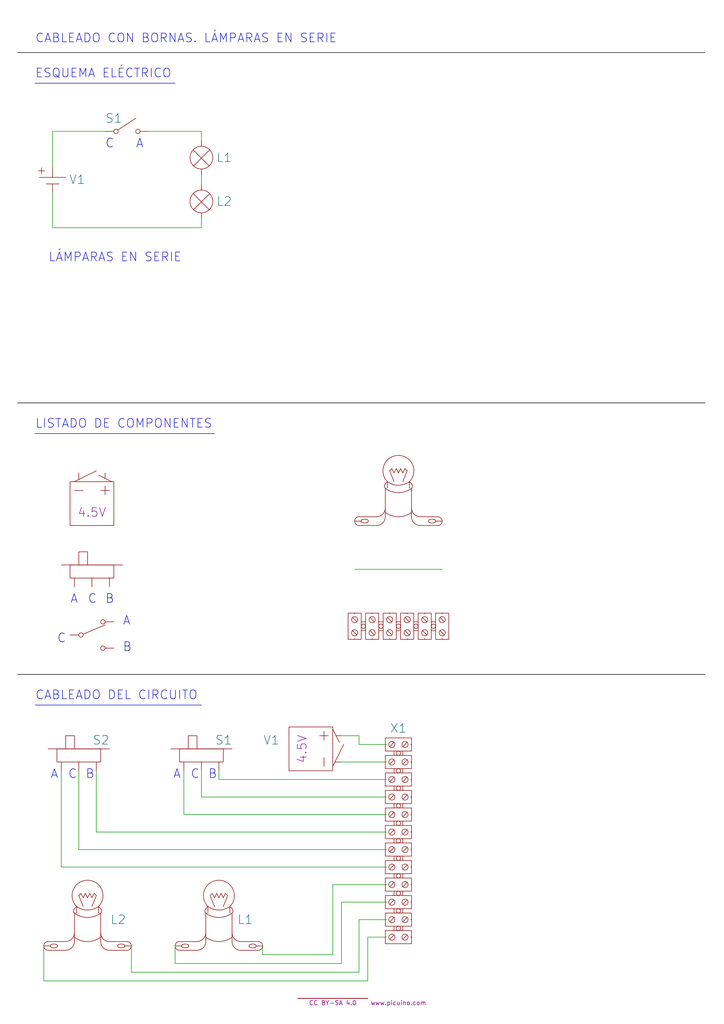
<source format=kicad_sch>
(kicad_sch (version 20211123) (generator eeschema)
  (paper "A4" portrait)
  (title_block (title "CABLEADO CON BORNAS. LÁMPARAS EN SERIE") (date "14/12/2018") (company "www.picuino.com") (comment 1 "Copyright (c) 2018 by Carlos Pardo") (comment 2 "License CC BY-SA 4.0"))
  (lib_symbols
    (symbol "simbolos:CopyRight" (pin_names (offset 1.016))
      (property "License" "CC BY-SA 4.0" (at -1.27 -1.27 0))
      (property "Web" "www.picuino.com" (at 0 -1.27 0))
      (symbol "CopyRight_0_1"
        (polyline (pts (xy -10.16 0) (xy 10.16 0)) (stroke (width 0.2032)))
      )
    )
    (symbol "simbolos:Pila" (pin_names (offset 1.016))
      (property "Reference" "V" (at 5.08 -4.445 0))
      (symbol "Pila_0_1"
        (polyline (pts (xy -4.064 -1.27) (xy -2.286 -1.27)))
        (polyline (pts (xy -3.81 -3.175) (xy 3.81 -3.175)))
        (polyline (pts (xy -3.175 -0.381) (xy -3.175 -2.159)))
        (polyline (pts (xy -1.905 -5.08) (xy 1.905 -5.08)))
      )
      (symbol "Pila_1_1"
        (pin input line (at 0 -7.62 90) (length 2.54) (name "") (number ""))
        (pin input line (at 0 0 270) (length 3.175) (name "") (number ""))
      )
    )
    (symbol "simbolos:borna_12x2" (pin_names (offset 1.016))
      (property "Reference" "X" (at 3.81 3.81 0))
      (symbol "borna_12x2_0_1"
        (rectangle (start 0 -53.975) (end 7.62 -57.785))
        (rectangle (start 0 -48.895) (end 7.62 -52.705))
        (rectangle (start 0 -43.815) (end 7.62 -47.625))
        (rectangle (start 0 -38.735) (end 7.62 -42.545))
        (rectangle (start 0 -33.655) (end 7.62 -37.465))
        (rectangle (start 0 -28.575) (end 7.62 -32.385))
        (rectangle (start 0 -23.495) (end 7.62 -27.305))
        (rectangle (start 0 -18.415) (end 7.62 -22.225))
        (rectangle (start 0 -13.335) (end 7.62 -17.145))
        (rectangle (start 0 -8.255) (end 7.62 -12.065))
        (rectangle (start 0 -3.175) (end 7.62 -6.985))
        (polyline (pts (xy 1.27 -56.515) (xy 2.54 -55.245)))
        (polyline (pts (xy 1.27 -51.435) (xy 2.54 -50.165)))
        (polyline (pts (xy 1.27 -46.355) (xy 2.54 -45.085)))
        (polyline (pts (xy 1.27 -41.275) (xy 2.54 -40.005)))
        (polyline (pts (xy 1.27 -36.195) (xy 2.54 -34.925)))
        (polyline (pts (xy 1.27 -31.115) (xy 2.54 -29.845)))
        (polyline (pts (xy 1.27 -26.035) (xy 2.54 -24.765)))
        (polyline (pts (xy 1.27 -20.955) (xy 2.54 -19.685)))
        (polyline (pts (xy 1.27 -15.875) (xy 2.54 -14.605)))
        (polyline (pts (xy 1.27 -10.795) (xy 2.54 -9.525)))
        (polyline (pts (xy 1.27 -5.715) (xy 2.54 -4.445)))
        (polyline (pts (xy 1.27 -0.635) (xy 2.54 0.635)))
        (polyline (pts (xy 2.54 -53.975) (xy 2.54 -52.705)))
        (polyline (pts (xy 2.54 -48.895) (xy 2.54 -47.625)))
        (polyline (pts (xy 2.54 -43.815) (xy 2.54 -42.545)))
        (polyline (pts (xy 2.54 -38.735) (xy 2.54 -37.465)))
        (polyline (pts (xy 2.54 -33.655) (xy 2.54 -32.385)))
        (polyline (pts (xy 2.54 -28.575) (xy 2.54 -27.305)))
        (polyline (pts (xy 2.54 -23.495) (xy 2.54 -22.225)))
        (polyline (pts (xy 2.54 -18.415) (xy 2.54 -17.145)))
        (polyline (pts (xy 2.54 -13.335) (xy 2.54 -12.065)))
        (polyline (pts (xy 2.54 -8.255) (xy 2.54 -6.985)))
        (polyline (pts (xy 2.54 -3.175) (xy 2.54 -1.905)))
        (polyline (pts (xy 5.08 -56.515) (xy 6.35 -55.245)))
        (polyline (pts (xy 5.08 -53.975) (xy 5.08 -52.705)))
        (polyline (pts (xy 5.08 -51.435) (xy 6.35 -50.165)))
        (polyline (pts (xy 5.08 -48.895) (xy 5.08 -47.625)))
        (polyline (pts (xy 5.08 -46.355) (xy 6.35 -45.085)))
        (polyline (pts (xy 5.08 -43.815) (xy 5.08 -42.545)))
        (polyline (pts (xy 5.08 -41.275) (xy 6.35 -40.005)))
        (polyline (pts (xy 5.08 -38.735) (xy 5.08 -37.465)))
        (polyline (pts (xy 5.08 -36.195) (xy 6.35 -34.925)))
        (polyline (pts (xy 5.08 -33.655) (xy 5.08 -32.385)))
        (polyline (pts (xy 5.08 -31.115) (xy 6.35 -29.845)))
        (polyline (pts (xy 5.08 -28.575) (xy 5.08 -27.305)))
        (polyline (pts (xy 5.08 -26.035) (xy 6.35 -24.765)))
        (polyline (pts (xy 5.08 -23.495) (xy 5.08 -22.225)))
        (polyline (pts (xy 5.08 -20.955) (xy 6.35 -19.685)))
        (polyline (pts (xy 5.08 -18.415) (xy 5.08 -17.145)))
        (polyline (pts (xy 5.08 -15.875) (xy 6.35 -14.605)))
        (polyline (pts (xy 5.08 -13.335) (xy 5.08 -12.065)))
        (polyline (pts (xy 5.08 -10.795) (xy 6.35 -9.525)))
        (polyline (pts (xy 5.08 -8.255) (xy 5.08 -6.985)))
        (polyline (pts (xy 5.08 -5.715) (xy 6.35 -4.445)))
        (polyline (pts (xy 5.08 -3.175) (xy 5.08 -1.905)))
        (polyline (pts (xy 5.08 -0.635) (xy 6.35 0.635)))
        (rectangle (start 0 1.905) (end 7.62 -1.905))
        (circle (center 1.905 -55.88) (radius 0.889))
        (circle (center 1.905 -50.8) (radius 0.889))
        (circle (center 1.905 -45.72) (radius 0.889))
        (circle (center 1.905 -40.64) (radius 0.889))
        (circle (center 1.905 -35.56) (radius 0.889))
        (circle (center 1.905 -30.48) (radius 0.889))
        (circle (center 1.905 -25.4) (radius 0.889))
        (circle (center 1.905 -20.32) (radius 0.889))
        (circle (center 1.905 -15.24) (radius 0.889))
        (circle (center 1.905 -10.16) (radius 0.889))
        (circle (center 1.905 -5.08) (radius 0.889))
        (circle (center 1.905 0) (radius 0.889))
        (circle (center 3.81 -53.34) (radius 0.635))
        (circle (center 3.81 -48.26) (radius 0.635))
        (circle (center 3.81 -43.18) (radius 0.635))
        (circle (center 3.81 -38.1) (radius 0.635))
        (circle (center 3.81 -33.02) (radius 0.635))
        (circle (center 3.81 -27.94) (radius 0.635))
        (circle (center 3.81 -22.86) (radius 0.635))
        (circle (center 3.81 -17.78) (radius 0.635))
        (circle (center 3.81 -12.7) (radius 0.635))
        (circle (center 3.81 -7.62) (radius 0.635))
        (circle (center 3.81 -2.54) (radius 0.635))
        (circle (center 5.715 -55.88) (radius 0.889))
        (circle (center 5.715 -50.8) (radius 0.889))
        (circle (center 5.715 -45.72) (radius 0.889))
        (circle (center 5.715 -40.64) (radius 0.889))
        (circle (center 5.715 -35.56) (radius 0.889))
        (circle (center 5.715 -30.48) (radius 0.889))
        (circle (center 5.715 -25.4) (radius 0.889))
        (circle (center 5.715 -20.32) (radius 0.889))
        (circle (center 5.715 -15.24) (radius 0.889))
        (circle (center 5.715 -10.16) (radius 0.889))
        (circle (center 5.715 -5.08) (radius 0.889))
        (circle (center 5.715 0) (radius 0.889))
      )
      (symbol "borna_12x2_1_1"
        (pin input line (at 0 -55.88 0) (length 0.254) (name "") (number ""))
        (pin input line (at 0 -50.8 0) (length 0.254) (name "") (number ""))
        (pin input line (at 0 -45.72 0) (length 0.254) (name "") (number ""))
        (pin input line (at 0 -40.64 0) (length 0.254) (name "") (number ""))
        (pin input line (at 0 -35.56 0) (length 0.254) (name "") (number ""))
        (pin input line (at 0 -30.48 0) (length 0.254) (name "") (number ""))
        (pin input line (at 0 -25.4 0) (length 0.254) (name "") (number ""))
        (pin input line (at 0 -20.32 0) (length 0.254) (name "") (number ""))
        (pin input line (at 0 -15.24 0) (length 0.254) (name "") (number ""))
        (pin input line (at 0 -10.16 0) (length 0.254) (name "") (number ""))
        (pin input line (at 0 -5.08 0) (length 0.254) (name "") (number ""))
        (pin input line (at 0 0 0) (length 0.254) (name "") (number ""))
        (pin input line (at 7.62 -55.88 180) (length 0.254) (name "") (number ""))
        (pin input line (at 7.62 -50.8 180) (length 0.254) (name "") (number ""))
        (pin input line (at 7.62 -45.72 180) (length 0.254) (name "") (number ""))
        (pin input line (at 7.62 -40.64 180) (length 0.254) (name "") (number ""))
        (pin input line (at 7.62 -35.56 180) (length 0.254) (name "") (number ""))
        (pin input line (at 7.62 -30.48 180) (length 0.254) (name "") (number ""))
        (pin input line (at 7.62 -25.4 180) (length 0.254) (name "") (number ""))
        (pin input line (at 7.62 -20.32 180) (length 0.254) (name "") (number ""))
        (pin input line (at 7.62 -15.24 180) (length 0.254) (name "") (number ""))
        (pin input line (at 7.62 -10.16 180) (length 0.254) (name "") (number ""))
        (pin input line (at 7.62 -5.08 180) (length 0.254) (name "") (number ""))
        (pin input line (at 7.62 0 180) (length 0.254) (name "") (number ""))
      )
    )
    (symbol "simbolos:borna_6x2" (pin_names (offset 1.016))
      (property "Reference" "X" (at 3.81 3.81 0))
      (symbol "borna_6x2_0_1"
        (rectangle (start 0 -23.495) (end 7.62 -27.305))
        (rectangle (start 0 -18.415) (end 7.62 -22.225))
        (rectangle (start 0 -13.335) (end 7.62 -17.145))
        (rectangle (start 0 -8.255) (end 7.62 -12.065))
        (rectangle (start 0 -3.175) (end 7.62 -6.985))
        (polyline (pts (xy 1.27 -26.035) (xy 2.54 -24.765)))
        (polyline (pts (xy 1.27 -20.955) (xy 2.54 -19.685)))
        (polyline (pts (xy 1.27 -15.875) (xy 2.54 -14.605)))
        (polyline (pts (xy 1.27 -10.795) (xy 2.54 -9.525)))
        (polyline (pts (xy 1.27 -5.715) (xy 2.54 -4.445)))
        (polyline (pts (xy 1.27 -0.635) (xy 2.54 0.635)))
        (polyline (pts (xy 2.54 -23.495) (xy 2.54 -22.225)))
        (polyline (pts (xy 2.54 -18.415) (xy 2.54 -17.145)))
        (polyline (pts (xy 2.54 -13.335) (xy 2.54 -12.065)))
        (polyline (pts (xy 2.54 -8.255) (xy 2.54 -6.985)))
        (polyline (pts (xy 2.54 -3.175) (xy 2.54 -1.905)))
        (polyline (pts (xy 5.08 -26.035) (xy 6.35 -24.765)))
        (polyline (pts (xy 5.08 -23.495) (xy 5.08 -22.225)))
        (polyline (pts (xy 5.08 -20.955) (xy 6.35 -19.685)))
        (polyline (pts (xy 5.08 -18.415) (xy 5.08 -17.145)))
        (polyline (pts (xy 5.08 -15.875) (xy 6.35 -14.605)))
        (polyline (pts (xy 5.08 -13.335) (xy 5.08 -12.065)))
        (polyline (pts (xy 5.08 -10.795) (xy 6.35 -9.525)))
        (polyline (pts (xy 5.08 -8.255) (xy 5.08 -6.985)))
        (polyline (pts (xy 5.08 -5.715) (xy 6.35 -4.445)))
        (polyline (pts (xy 5.08 -3.175) (xy 5.08 -1.905)))
        (polyline (pts (xy 5.08 -0.635) (xy 6.35 0.635)))
        (rectangle (start 0 1.905) (end 7.62 -1.905))
        (circle (center 1.905 -25.4) (radius 0.889))
        (circle (center 1.905 -20.32) (radius 0.889))
        (circle (center 1.905 -15.24) (radius 0.889))
        (circle (center 1.905 -10.16) (radius 0.889))
        (circle (center 1.905 -5.08) (radius 0.889))
        (circle (center 1.905 0) (radius 0.889))
        (circle (center 3.81 -22.86) (radius 0.635))
        (circle (center 3.81 -17.78) (radius 0.635))
        (circle (center 3.81 -12.7) (radius 0.635))
        (circle (center 3.81 -7.62) (radius 0.635))
        (circle (center 3.81 -2.54) (radius 0.635))
        (circle (center 5.715 -25.4) (radius 0.889))
        (circle (center 5.715 -20.32) (radius 0.889))
        (circle (center 5.715 -15.24) (radius 0.889))
        (circle (center 5.715 -10.16) (radius 0.889))
        (circle (center 5.715 -5.08) (radius 0.889))
        (circle (center 5.715 0) (radius 0.889))
      )
      (symbol "borna_6x2_1_1"
        (pin input line (at 0 -25.4 0) (length 0.254) (name "") (number ""))
        (pin input line (at 0 -20.32 0) (length 0.254) (name "") (number ""))
        (pin input line (at 0 -15.24 0) (length 0.254) (name "") (number ""))
        (pin input line (at 0 -10.16 0) (length 0.254) (name "") (number ""))
        (pin input line (at 0 -5.08 0) (length 0.254) (name "") (number ""))
        (pin input line (at 0 0 0) (length 0.254) (name "") (number ""))
        (pin input line (at 7.62 -25.4 180) (length 0.254) (name "") (number ""))
        (pin input line (at 7.62 -20.32 180) (length 0.254) (name "") (number ""))
        (pin input line (at 7.62 -15.24 180) (length 0.254) (name "") (number ""))
        (pin input line (at 7.62 -10.16 180) (length 0.254) (name "") (number ""))
        (pin input line (at 7.62 -5.08 180) (length 0.254) (name "") (number ""))
        (pin input line (at 7.62 0 180) (length 0.254) (name "") (number ""))
      )
    )
    (symbol "simbolos:conmutador" (pin_names (offset 1.016))
      (property "Reference" "S" (at 4.445 3.175 0))
      (symbol "conmutador_0_0"
        (circle (center 3.175 0) (radius 0.635))
        (circle (center 9.525 -3.81) (radius 0.635))
        (circle (center 9.525 3.81) (radius 0.635))
      )
      (symbol "conmutador_0_1"
        (polyline (pts (xy 10.16 2.921) (xy 3.81 0.254)))
      )
      (symbol "conmutador_1_1"
        (pin input line (at 0 0 0) (length 2.54) (name "") (number ""))
        (pin input line (at 12.7 -3.81 180) (length 2.54) (name "") (number ""))
        (pin input line (at 12.7 3.81 180) (length 2.54) (name "") (number ""))
      )
    )
    (symbol "simbolos:interruptor" (pin_names (offset 1.016))
      (property "Reference" "S" (at 4.445 3.175 0))
      (symbol "interruptor_0_0"
        (polyline (pts (xy 8.89 3.81) (xy 3.683 0.381)))
        (circle (center 3.175 0) (radius 0.635))
        (circle (center 9.525 0) (radius 0.635))
      )
      (symbol "interruptor_1_1"
        (pin input line (at 0 0 0) (length 2.54) (name "") (number ""))
        (pin input line (at 12.7 0 180) (length 2.54) (name "") (number ""))
      )
    )
    (symbol "simbolos:lampara" (pin_names (offset 1.016))
      (property "Reference" "L" (at 4.445 -5.08 0))
      (symbol "lampara_0_1"
        (circle (center 0 -5.08) (radius 3.302))
        (polyline (pts (xy -2.286 -7.493) (xy 2.286 -2.921)))
        (polyline (pts (xy -2.286 -2.921) (xy 2.286 -7.493)))
      )
      (symbol "lampara_1_1"
        (pin input line (at 0 -10.16 90) (length 1.778) (name "") (number ""))
        (pin input line (at 0 0 270) (length 1.778) (name "") (number ""))
      )
    )
    (symbol "simbolos:lampara_pack" (pin_names (offset 1.016))
      (property "Reference" "L" (at 17.78 6.35 0))
      (symbol "lampara_pack_0_1"
        (polyline (pts (xy 1.27 -1.27) (xy 6.35 -1.27)))
        (polyline (pts (xy 6.35 1.27) (xy 1.27 1.27)))
        (polyline (pts (xy 8.89 1.27) (xy 8.89 9.525)))
        (polyline (pts (xy 8.89 10.795) (xy 9.525 11.43)))
        (polyline (pts (xy 9.525 11.43) (xy 9.525 9.525)))
        (polyline (pts (xy 11.43 11.43) (xy 10.16 14.605)))
        (polyline (pts (xy 13.97 11.43) (xy 15.24 14.605)))
        (polyline (pts (xy 15.875 11.43) (xy 15.875 9.525)))
        (polyline (pts (xy 16.51 1.27) (xy 16.51 9.525)))
        (polyline (pts (xy 16.51 10.795) (xy 15.875 11.43)))
        (polyline (pts (xy 19.05 1.27) (xy 24.13 1.27)))
        (polyline (pts (xy 24.13 -1.27) (xy 19.05 -1.27)))
        (polyline (pts (xy 10.16 14.605) (xy 10.795 15.24) (xy 11.43 13.97) (xy 12.065 15.24) (xy 12.7 13.97) (xy 13.335 15.24) (xy 13.97 13.97) (xy 14.605 15.24) (xy 15.24 14.605)))
        (arc (start 1.27 1.27) (mid 0 0) (end 1.27 -1.27))
        (arc (start 2.159 -0.381) (mid 2.921 -0.5609) (end 3.683 -0.381))
        (arc (start 2.159 0.381) (mid 1.8844 0) (end 2.159 -0.381))
        (arc (start 3.683 -0.381) (mid 3.9576 0) (end 3.683 0.381))
        (arc (start 3.683 0.381) (mid 2.921 0.5609) (end 2.159 0.381))
        (arc (start 6.35 -1.27) (mid 8.1297 -0.5171) (end 8.89 1.27))
        (arc (start 6.35 1.27) (mid 8.1297 2.0229) (end 8.89 3.81))
        (arc (start 8.89 2.54) (mid 12.7 1.27) (end 16.51 2.54))
        (arc (start 8.89 9.525) (mid 12.7 8.255) (end 16.51 9.525))
        (arc (start 8.89 10.795) (mid 8.627 10.16) (end 8.89 9.525))
        (arc (start 9.525 11.43) (mid 12.7 10.4125) (end 15.875 11.43))
        (arc (start 12.7 19.05) (mid 8.5493 16.3021) (end 9.525 11.43))
        (arc (start 15.875 11.43) (mid 16.8357 16.2958) (end 12.7 19.05))
        (arc (start 16.51 1.27) (mid 17.2523 -0.5349) (end 19.05 -1.27))
        (arc (start 16.51 3.81) (mid 17.2523 2.0051) (end 19.05 1.27))
        (arc (start 16.51 9.525) (mid 16.773 10.16) (end 16.51 10.795))
        (arc (start 21.717 -0.381) (mid 22.479 -0.5609) (end 23.241 -0.381))
        (arc (start 21.717 0.381) (mid 21.4424 0) (end 21.717 -0.381))
        (arc (start 23.241 -0.381) (mid 23.5156 0) (end 23.241 0.381))
        (arc (start 23.241 0.381) (mid 22.479 0.5609) (end 21.717 0.381))
        (arc (start 24.13 -1.27) (mid 25.4 0) (end 24.13 1.27))
      )
      (symbol "lampara_pack_1_1"
        (pin input line (at 0 0 0) (length 1.905) (name "") (number ""))
        (pin input line (at 25.4 0 180) (length 1.905) (name "") (number ""))
      )
    )
    (symbol "simbolos:pila_petaca" (pin_names (offset 1.016))
      (property "Reference" "V" (at 11.43 -8.89 0))
      (property "V" "4.5V" (at 3.81 -12.7 0))
      (symbol "pila_petaca_0_1"
        (rectangle (start -2.54 -2.54) (end 10.16 -15.24))
        (polyline (pts (xy -1.27 -5.08) (xy 1.27 -5.08)))
        (polyline (pts (xy -1.27 -2.54) (xy 5.08 0.635)))
        (polyline (pts (xy 7.62 -3.81) (xy 7.62 -6.35)))
        (polyline (pts (xy 8.89 -5.08) (xy 6.35 -5.08)))
        (polyline (pts (xy 9.525 -2.54) (xy 5.715 -0.635)))
      )
      (symbol "pila_petaca_1_1"
        (pin input line (at 0 0 270) (length 1.905) (name "") (number ""))
        (pin input line (at 7.62 0 270) (length 1.524) (name "") (number ""))
      )
    )
    (symbol "simbolos:selector_pack" (pin_names (offset 1.016))
      (property "Reference" "S" (at 11.43 8.89 0))
      (symbol "selector_pack_0_1"
        (rectangle (start -1.27 6.35) (end 11.43 2.54))
        (polyline (pts (xy 13.97 6.35) (xy -3.81 6.35)))
        (polyline (pts (xy 1.27 6.35) (xy 1.27 10.16) (xy 3.81 10.16) (xy 3.81 6.35)))
      )
      (symbol "selector_pack_1_1"
        (pin input line (at 0 0 90) (length 2.54) (name "") (number ""))
        (pin input line (at 5.08 0 90) (length 2.54) (name "") (number ""))
        (pin input line (at 10.16 0 90) (length 2.54) (name "") (number ""))
      )
    )
  )
  (wire (pts (xy 106.68 271.78) (xy 106.68 284.48)))
  (polyline (pts (xy 5.08 116.84) (xy 204.47 116.84)) (stroke (width 0) (type solid) (color 0 0 0 1)))
  (wire (pts (xy 38.1 274.32) (xy 38.1 281.94)))
  (wire (pts (xy 58.42 231.14) (xy 111.76 231.14)))
  (wire (pts (xy 22.86 246.38) (xy 111.76 246.38)))
  (wire (pts (xy 96.52 256.54) (xy 96.52 276.86)))
  (polyline (pts (xy 10.16 24.13) (xy 50.8 24.13)) (stroke (width 0) (type solid)))
  (wire (pts (xy 12.7 284.48) (xy 12.7 274.32)))
  (wire (pts (xy 43.18 38.1) (xy 58.42 38.1)))
  (wire (pts (xy 76.2 276.86) (xy 96.52 276.86)))
  (wire (pts (xy 58.42 63.5) (xy 58.42 66.04)))
  (wire (pts (xy 15.24 48.26) (xy 15.24 38.1)))
  (wire (pts (xy 99.06 220.98) (xy 111.76 220.98)))
  (wire (pts (xy 102.87 165.1) (xy 128.27 165.1)))
  (polyline (pts (xy 5.08 195.58) (xy 204.47 195.58)) (stroke (width 0) (type solid) (color 0 0 0 1)))
  (wire (pts (xy 15.24 38.1) (xy 30.48 38.1)))
  (wire (pts (xy 104.14 266.7) (xy 111.76 266.7)))
  (wire (pts (xy 96.52 256.54) (xy 111.76 256.54)))
  (wire (pts (xy 50.8 274.32) (xy 50.8 279.4)))
  (wire (pts (xy 15.24 66.04) (xy 58.42 66.04)))
  (wire (pts (xy 27.94 241.3) (xy 27.94 223.52)))
  (wire (pts (xy 22.86 223.52) (xy 22.86 246.38)))
  (wire (pts (xy 76.2 274.32) (xy 76.2 276.86)))
  (wire (pts (xy 104.14 266.7) (xy 104.14 281.94)))
  (wire (pts (xy 38.1 281.94) (xy 104.14 281.94)))
  (wire (pts (xy 111.76 236.22) (xy 53.34 236.22)))
  (wire (pts (xy 111.76 241.3) (xy 27.94 241.3)))
  (wire (pts (xy 53.34 236.22) (xy 53.34 223.52)))
  (polyline (pts (xy 5.08 15.24) (xy 204.47 15.24)) (stroke (width 0) (type solid) (color 0 0 0 1)))
  (wire (pts (xy 111.76 226.06) (xy 63.5 226.06)))
  (wire (pts (xy 58.42 223.52) (xy 58.42 231.14)))
  (wire (pts (xy 104.14 213.36) (xy 99.06 213.36)))
  (wire (pts (xy 99.06 261.62) (xy 99.06 279.4)))
  (wire (pts (xy 17.78 223.52) (xy 17.78 251.46)))
  (wire (pts (xy 104.14 215.9) (xy 111.76 215.9)))
  (wire (pts (xy 58.42 50.8) (xy 58.42 53.34)))
  (wire (pts (xy 104.14 215.9) (xy 104.14 213.36)))
  (wire (pts (xy 99.06 261.62) (xy 111.76 261.62)))
  (wire (pts (xy 106.68 284.48) (xy 12.7 284.48)))
  (wire (pts (xy 15.24 66.04) (xy 15.24 55.88)))
  (wire (pts (xy 58.42 40.64) (xy 58.42 38.1)))
  (wire (pts (xy 50.8 279.4) (xy 99.06 279.4)))
  (polyline (pts (xy 10.16 204.47) (xy 58.42 204.47)) (stroke (width 0) (type solid)))
  (wire (pts (xy 111.76 271.78) (xy 106.68 271.78)))
  (wire (pts (xy 111.76 251.46) (xy 17.78 251.46)))
  (wire (pts (xy 63.5 226.06) (xy 63.5 223.52)))
  (polyline (pts (xy 10.16 125.73) (xy 62.23 125.73)) (stroke (width 0) (type solid)))
  (text "ESQUEMA ELÉCTRICO" (at 10.16 22.86 0) (effects (font (size 2.54 2.54)) (justify left bottom)))
  (text "CABLEADO CON BORNAS. LÁMPARAS EN SERIE" (at 10.16 12.7 0) (effects (font (size 2.54 2.54)) (justify left bottom)))
  (text "A" (at 50.165 226.06 0) (effects (font (size 2.54 2.54)) (justify left bottom)))
  (text "A" (at 39.37 43.18 0) (effects (font (size 2.54 2.54)) (justify left bottom)))
  (text "C" (at 55.245 226.06 0) (effects (font (size 2.54 2.54)) (justify left bottom)))
  (text "LÁMPARAS EN SERIE" (at 13.97 76.2 0) (effects (font (size 2.54 2.54)) (justify left bottom)))
  (text "LISTADO DE COMPONENTES" (at 10.16 124.46 0) (effects (font (size 2.54 2.54)) (justify left bottom)))
  (text "B" (at 24.765 226.06 0) (effects (font (size 2.54 2.54)) (justify left bottom)))
  (text "C" (at 16.51 186.69 0) (effects (font (size 2.54 2.54)) (justify left bottom)))
  (text "C" (at 25.4 175.26 0) (effects (font (size 2.54 2.54)) (justify left bottom)))
  (text "C" (at 19.685 226.06 0) (effects (font (size 2.54 2.54)) (justify left bottom)))
  (text "B" (at 60.325 226.06 0) (effects (font (size 2.54 2.54)) (justify left bottom)))
  (text "A" (at 35.56 181.61 0) (effects (font (size 2.54 2.54)) (justify left bottom)))
  (text "B" (at 30.48 175.26 0) (effects (font (size 2.54 2.54)) (justify left bottom)))
  (text "C" (at 30.48 43.18 0) (effects (font (size 2.54 2.54)) (justify left bottom)))
  (text "A" (at 20.32 175.26 0) (effects (font (size 2.54 2.54)) (justify left bottom)))
  (text "CABLEADO DEL CIRCUITO" (at 10.16 203.2 0) (effects (font (size 2.54 2.54)) (justify left bottom)))
  (text "A" (at 14.605 226.06 0) (effects (font (size 2.54 2.54)) (justify left bottom)))
  (text "B" (at 35.56 189.23 0) (effects (font (size 2.54 2.54)) (justify left bottom)))
  (symbol (lib_id "simbolos:conmutador") (at 20.32 184.15 0) (unit 1)
    (property "Reference" "S?" (effects hide))
  )
  (symbol (lib_id "simbolos:interruptor") (at 30.48 38.1 0) (unit 1)
    (property "Reference" "S1" (at 33.02 34.29 0) (effects (font (size 2.54 2.54))))
  )
  (symbol (lib_id "simbolos:pila_petaca") (at 22.86 137.16 0) (unit 1)
    (property "Reference" "V?" (effects hide))
    (property "V" "4.5V" (at 26.67 148.59 0) (effects (font (size 2.54 2.54))))
  )
  (symbol (lib_id "simbolos:selector_pack") (at 17.78 223.52 0) (unit 1)
    (property "Reference" "S2" (at 26.67 214.63 0) (effects (font (size 2.54 2.54)) (justify left)))
  )
  (symbol (lib_id "simbolos:lampara") (at 58.42 40.64 0) (unit 1)
    (property "Reference" "L1" (at 62.5602 45.72 0) (effects (font (size 2.54 2.54)) (justify left)))
  )
  (symbol (lib_id "simbolos:borna_12x2") (at 111.76 215.9 0) (unit 1)
    (property "Reference" "X1" (at 115.57 211.1756 0) (effects (font (size 2.54 2.54))))
  )
  (symbol (lib_id "simbolos:lampara_pack") (at 50.8 274.32 0) (unit 1)
    (property "Reference" "L1" (at 71.12 266.7 0) (effects (font (size 2.54 2.54))))
  )
  (symbol (lib_id "simbolos:selector_pack") (at 21.59 170.18 0) (unit 1)
    (property "Reference" "S?" (effects hide))
  )
  (symbol (lib_id "simbolos:Pila") (at 15.24 48.26 0) (unit 1)
    (property "Reference" "V1" (at 19.8882 52.07 0) (effects (font (size 2.54 2.54)) (justify left)))
  )
  (symbol (lib_id "simbolos:pila_petaca") (at 99.06 220.98 270) (mirror x) (unit 1)
    (property "Reference" "V1" (at 76.2 214.63 90) (effects (font (size 2.54 2.54)) (justify left)))
    (property "V" "4.5V" (at 87.63 217.17 0) (effects (font (size 2.54 2.54))))
  )
  (symbol (lib_id "simbolos:CopyRight") (at 96.52 289.56 0) (unit 1)
    (property "Reference" "CP1" (effects hide))
    (property "License" "CC BY-SA 4.0" (at 96.52 290.83 0))
    (property "Web" "www.picuino.com" (at 115.57 290.83 0))
  )
  (symbol (lib_id "simbolos:lampara_pack") (at 12.7 274.32 0) (unit 1)
    (property "Reference" "L2" (at 34.29 266.7 0) (effects (font (size 2.54 2.54))))
  )
  (symbol (lib_id "simbolos:lampara") (at 58.42 53.34 0) (unit 1)
    (property "Reference" "L2" (at 62.5602 58.42 0) (effects (font (size 2.54 2.54)) (justify left)))
  )
  (symbol (lib_id "simbolos:lampara_pack") (at 102.87 151.13 0) (unit 1)
    (property "Reference" "L?" (effects hide))
  )
  (symbol (lib_id "simbolos:selector_pack") (at 53.34 223.52 0) (unit 1)
    (property "Reference" "S1" (at 62.23 214.63 0) (effects (font (size 2.54 2.54)) (justify left)))
  )
  (symbol (lib_id "simbolos:borna_6x2") (at 128.27 177.8 270) (unit 1)
    (property "Reference" "X?" (effects hide))
  )
)
</source>
